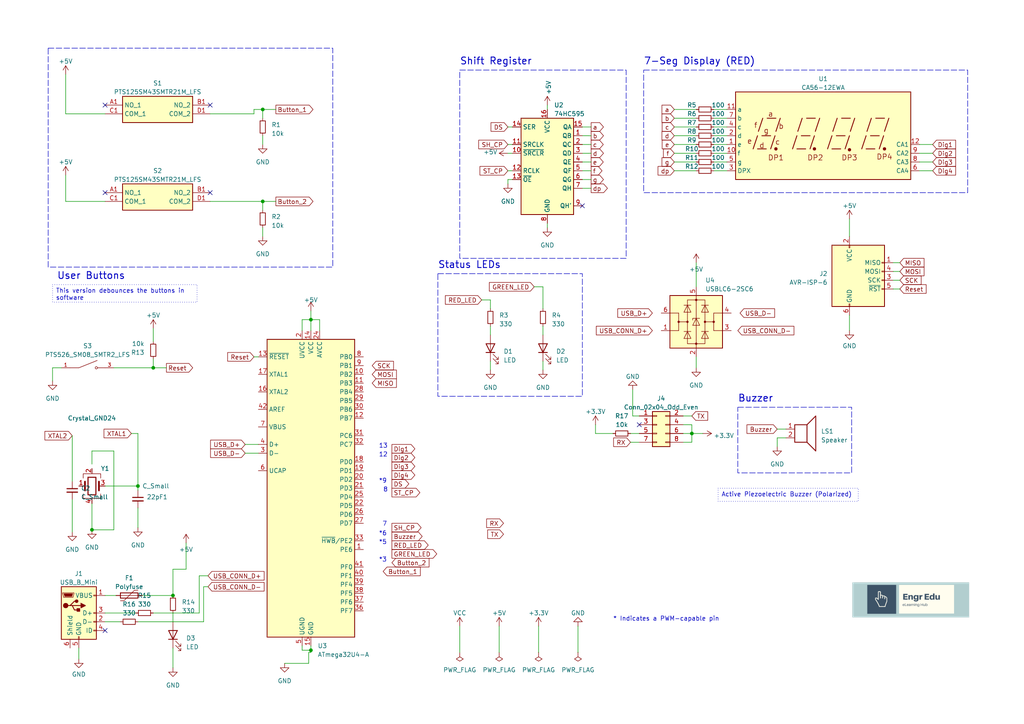
<source format=kicad_sch>
(kicad_sch (version 20230121) (generator eeschema)
  (paper "A4")
  (title_block (title "Arduino Uno Shield") (date "2023-03-22") (rev "1.0"))
  (lib_symbols
    (symbol "+5V_1" (power) (pin_names (offset 0))
      (property "Value" "+5V_1" (at 0 3.556 0))
      (symbol "+5V_1_1_1"
        (pin power_in line (at 0 0 90) (length 0) hide (name "+5V") (number "1"))
      )
    )
    (symbol "+5V_2" (power) (pin_names (offset 0))
      (property "Value" "+5V_2" (at 0 3.556 0))
      (symbol "+5V_2_1_1"
        (pin power_in line (at 0 0 90) (length 0) hide (name "+5V") (number "1"))
      )
    )
    (symbol "+5V_3" (power) (pin_names (offset 0))
      (property "Value" "+5V_3" (at 0 3.556 0))
      (symbol "+5V_3_1_1"
        (pin power_in line (at 0 0 90) (length 0) hide (name "+5V") (number "1"))
      )
    )
    (symbol "+5V_4" (power) (pin_names (offset 0))
      (property "Value" "+5V_4" (at 0 3.556 0))
      (symbol "+5V_4_1_1"
        (pin power_in line (at 0 0 90) (length 0) hide (name "+5V") (number "1"))
      )
    )
    (symbol "+5V_5" (power) (pin_names (offset 0))
      (property "Value" "+5V_5" (at 0 3.556 0))
      (symbol "+5V_5_1_1"
        (pin power_in line (at 0 0 90) (length 0) hide (name "+5V") (number "1"))
      )
    )
    (symbol "+5V_6" (power) (pin_names (offset 0))
      (property "Value" "+5V_6" (at 0 3.556 0))
      (symbol "+5V_6_1_1"
        (pin power_in line (at 0 0 90) (length 0) hide (name "+5V") (number "1"))
      )
    )
    (symbol "74xx:74HC595"
      (property "Reference" "U" (at -7.62 13.97 0))
      (property "Value" "74HC595" (at -7.62 -16.51 0))
      (symbol "74HC595_1_0"
        (pin tri_state line (at 10.16 7.62 180) (length 2.54) (name "QB") (number "1"))
        (pin input line (at -10.16 2.54 0) (length 2.54) (name "~{SRCLR}") (number "10"))
        (pin input line (at -10.16 5.08 0) (length 2.54) (name "SRCLK") (number "11"))
        (pin input line (at -10.16 -2.54 0) (length 2.54) (name "RCLK") (number "12"))
        (pin input line (at -10.16 -5.08 0) (length 2.54) (name "~{OE}") (number "13"))
        (pin input line (at -10.16 10.16 0) (length 2.54) (name "SER") (number "14"))
        (pin tri_state line (at 10.16 10.16 180) (length 2.54) (name "QA") (number "15"))
        (pin power_in line (at 0 15.24 270) (length 2.54) (name "VCC") (number "16"))
        (pin tri_state line (at 10.16 5.08 180) (length 2.54) (name "QC") (number "2"))
        (pin tri_state line (at 10.16 2.54 180) (length 2.54) (name "QD") (number "3"))
        (pin tri_state line (at 10.16 0 180) (length 2.54) (name "QE") (number "4"))
        (pin tri_state line (at 10.16 -2.54 180) (length 2.54) (name "QF") (number "5"))
        (pin tri_state line (at 10.16 -5.08 180) (length 2.54) (name "QG") (number "6"))
        (pin tri_state line (at 10.16 -7.62 180) (length 2.54) (name "QH") (number "7"))
        (pin power_in line (at 0 -17.78 90) (length 2.54) (name "GND") (number "8"))
        (pin output line (at 10.16 -12.7 180) (length 2.54) (name "QH'") (number "9"))
      )
    )
    (symbol "Connector:AVR-ISP-6" (pin_names (offset 1.016))
      (property "Reference" "J" (at -6.35 11.43 0))
      (property "Value" "AVR-ISP-6" (at 0 11.43 0))
      (symbol "AVR-ISP-6_1_1"
        (pin passive line (at 10.16 5.08 180) (length 2.54) (name "MISO") (number "1"))
        (pin passive line (at -2.54 12.7 270) (length 2.54) (name "VCC") (number "2"))
        (pin passive line (at 10.16 0 180) (length 2.54) (name "SCK") (number "3"))
        (pin passive line (at 10.16 2.54 180) (length 2.54) (name "MOSI") (number "4"))
        (pin passive line (at 10.16 -2.54 180) (length 2.54) (name "~{RST}") (number "5"))
        (pin passive line (at -2.54 -10.16 90) (length 2.54) (name "GND") (number "6"))
      )
    )
    (symbol "Connector:USB_B_Mini" (pin_names (offset 1.016))
      (property "Reference" "J" (at -5.08 11.43 0))
      (property "Value" "USB_B_Mini" (at -5.08 8.89 0))
      (symbol "USB_B_Mini_1_1"
        (pin power_out line (at 7.62 5.08 180) (length 2.54) (name "VBUS") (number "1"))
        (pin bidirectional line (at 7.62 -2.54 180) (length 2.54) (name "D-") (number "2"))
        (pin bidirectional line (at 7.62 0 180) (length 2.54) (name "D+") (number "3"))
        (pin passive line (at 7.62 -5.08 180) (length 2.54) (name "ID") (number "4"))
        (pin power_out line (at 0 -10.16 90) (length 2.54) (name "GND") (number "5"))
        (pin passive line (at -2.54 -10.16 90) (length 2.54) (name "Shield") (number "6"))
      )
    )
    (symbol "Connector_Generic:Conn_02x04_Odd_Even" (pin_names (offset 1.016) hide)
      (property "Reference" "J" (at 1.27 5.08 0))
      (property "Value" "Conn_02x04_Odd_Even" (at 1.27 -7.62 0))
      (symbol "Conn_02x04_Odd_Even_1_1"
        (pin passive line (at -5.08 2.54 0) (length 3.81) (name "Pin_1") (number "1"))
        (pin passive line (at 7.62 2.54 180) (length 3.81) (name "Pin_2") (number "2"))
        (pin passive line (at -5.08 0 0) (length 3.81) (name "Pin_3") (number "3"))
        (pin passive line (at 7.62 0 180) (length 3.81) (name "Pin_4") (number "4"))
        (pin passive line (at -5.08 -2.54 0) (length 3.81) (name "Pin_5") (number "5"))
        (pin passive line (at 7.62 -2.54 180) (length 3.81) (name "Pin_6") (number "6"))
        (pin passive line (at -5.08 -5.08 0) (length 3.81) (name "Pin_7") (number "7"))
        (pin passive line (at 7.62 -5.08 180) (length 3.81) (name "Pin_8") (number "8"))
      )
    )
    (symbol "Device:C_Small" (pin_numbers hide) (pin_names (offset 0.254) hide)
      (property "Reference" "C" (at 0.254 1.778 0))
      (property "Value" "C_Small" (at 0.254 -2.032 0))
      (symbol "C_Small_1_1"
        (pin passive line (at 0 2.54 270) (length 2.032) (name "~") (number "1"))
        (pin passive line (at 0 -2.54 90) (length 2.032) (name "~") (number "2"))
      )
    )
    (symbol "Device:Crystal_GND24" (pin_names (offset 1.016) hide)
      (property "Reference" "Y" (at 3.175 5.08 0))
      (property "Value" "Crystal_GND24" (at 3.175 3.175 0))
      (symbol "Crystal_GND24_1_1"
        (pin passive line (at -3.81 0 0) (length 1.27) (name "1") (number "1"))
        (pin passive line (at 0 5.08 270) (length 1.27) (name "2") (number "2"))
        (pin passive line (at 3.81 0 180) (length 1.27) (name "3") (number "3"))
        (pin passive line (at 0 -5.08 90) (length 1.27) (name "4") (number "4"))
      )
    )
    (symbol "Device:LED" (pin_numbers hide) (pin_names (offset 1.016) hide)
      (property "Reference" "D" (at 0 2.54 0))
      (property "Value" "LED" (at 0 -2.54 0))
      (symbol "LED_1_1"
        (pin passive line (at -3.81 0 0) (length 2.54) (name "K") (number "1"))
        (pin passive line (at 3.81 0 180) (length 2.54) (name "A") (number "2"))
      )
    )
    (symbol "Device:Polyfuse" (pin_numbers hide) (pin_names (offset 0))
      (property "Reference" "F" (at -2.54 0 90))
      (property "Value" "Polyfuse" (at 2.54 0 90))
      (symbol "Polyfuse_1_1"
        (pin passive line (at 0 3.81 270) (length 1.27) (name "~") (number "1"))
        (pin passive line (at 0 -3.81 90) (length 1.27) (name "~") (number "2"))
      )
    )
    (symbol "Device:R_Small" (pin_numbers hide) (pin_names (offset 0.254) hide)
      (property "Reference" "R" (at 0.762 0.508 0))
      (property "Value" "R_Small" (at 0.762 -1.016 0))
      (symbol "R_Small_1_1"
        (pin passive line (at 0 2.54 270) (length 0.762) (name "~") (number "1"))
        (pin passive line (at 0 -2.54 90) (length 0.762) (name "~") (number "2"))
      )
    )
    (symbol "Device:Speaker" (pin_names (offset 0) hide)
      (property "Reference" "LS" (at 1.27 5.715 0))
      (property "Value" "Speaker" (at 1.27 3.81 0))
      (symbol "Speaker_1_1"
        (pin input line (at -5.08 0 0) (length 2.54) (name "1") (number "1"))
        (pin input line (at -5.08 -2.54 0) (length 2.54) (name "2") (number "2"))
      )
    )
    (symbol "Display_Character:CA56-12EWA"
      (property "Reference" "U" (at -24.13 13.97 0))
      (property "Value" "CA56-12EWA" (at 19.05 13.97 0))
      (symbol "CA56-12EWA_0_0"
        (text "a" (at -15.24 6.35 0) (effects (font (size 1.524 1.524))))
        (text "b" (at -12.192 2.794 0) (effects (font (size 1.524 1.524))))
        (text "c" (at -13.208 -1.778 0) (effects (font (size 1.524 1.524))))
        (text "d" (at -17.78 -2.794 0) (effects (font (size 1.524 1.524))))
        (text "DP1" (at -13.716 -6.35 0) (effects (font (size 1.524 1.524))))
        (text "DP2" (at -2.286 -6.35 0) (effects (font (size 1.524 1.524))))
        (text "DP3" (at 7.62 -6.35 0) (effects (font (size 1.524 1.524))))
        (text "DP4" (at 17.78 -6.096 0) (effects (font (size 1.524 1.524))))
        (text "e" (at -21.336 -1.524 0) (effects (font (size 1.524 1.524))))
        (text "f" (at -19.558 3.048 0) (effects (font (size 1.524 1.524))))
        (text "g" (at -16.51 1.524 0) (effects (font (size 1.524 1.524))))
      )
      (symbol "CA56-12EWA_1_1"
        (pin input line (at -27.94 -2.54 0) (length 2.54) (name "e") (number "1"))
        (pin input line (at -27.94 -5.08 0) (length 2.54) (name "f") (number "10"))
        (pin input line (at -27.94 7.62 0) (length 2.54) (name "a") (number "11"))
        (pin input line (at 27.94 -2.54 180) (length 2.54) (name "CA1") (number "12"))
        (pin input line (at -27.94 0 0) (length 2.54) (name "d") (number "2"))
        (pin input line (at -27.94 -10.16 0) (length 2.54) (name "DPX") (number "3"))
        (pin input line (at -27.94 2.54 0) (length 2.54) (name "c") (number "4"))
        (pin input line (at -27.94 -7.62 0) (length 2.54) (name "g") (number "5"))
        (pin input line (at 27.94 -10.16 180) (length 2.54) (name "CA4") (number "6"))
        (pin input line (at -27.94 5.08 0) (length 2.54) (name "b") (number "7"))
        (pin input line (at 27.94 -7.62 180) (length 2.54) (name "CA3") (number "8"))
        (pin input line (at 27.94 -5.08 180) (length 2.54) (name "CA2") (number "9"))
      )
    )
    (symbol "GND_1" (power) (pin_names (offset 0))
      (property "Value" "GND_1" (at 0 -3.81 0))
      (symbol "GND_1_1_1"
        (pin power_in line (at 0 0 270) (length 0) hide (name "GND") (number "1"))
      )
    )
    (symbol "GND_2" (power) (pin_names (offset 0))
      (property "Value" "GND_2" (at 0 -3.81 0))
      (symbol "GND_2_1_1"
        (pin power_in line (at 0 0 270) (length 0) hide (name "GND") (number "1"))
      )
    )
    (symbol "GND_3" (power) (pin_names (offset 0))
      (property "Value" "GND_3" (at 0 -3.81 0))
      (symbol "GND_3_1_1"
        (pin power_in line (at 0 0 270) (length 0) hide (name "GND") (number "1"))
      )
    )
    (symbol "GND_7" (power) (pin_names (offset 0))
      (property "Value" "GND_7" (at 0 -3.81 0))
      (symbol "GND_7_1_1"
        (pin power_in line (at 0 0 270) (length 0) hide (name "GND") (number "1"))
      )
    )
    (symbol "MCU_Microchip_ATmega:ATmega32U4-A"
      (property "Reference" "U" (at -12.7 44.45 0))
      (property "Value" "ATmega32U4-A" (at 2.54 -44.45 0))
      (symbol "ATmega32U4-A_1_1"
        (pin bidirectional line (at 15.24 -17.78 180) (length 2.54) (name "PE6") (number "1"))
        (pin bidirectional line (at 15.24 33.02 180) (length 2.54) (name "PB2") (number "10"))
        (pin bidirectional line (at 15.24 30.48 180) (length 2.54) (name "PB3") (number "11"))
        (pin bidirectional line (at 15.24 20.32 180) (length 2.54) (name "PB7") (number "12"))
        (pin input line (at -15.24 38.1 0) (length 2.54) (name "~{RESET}") (number "13"))
        (pin power_in line (at 0 45.72 270) (length 2.54) (name "VCC") (number "14"))
        (pin power_in line (at 0 -45.72 90) (length 2.54) (name "GND") (number "15"))
        (pin output line (at -15.24 27.94 0) (length 2.54) (name "XTAL2") (number "16"))
        (pin input line (at -15.24 33.02 0) (length 2.54) (name "XTAL1") (number "17"))
        (pin bidirectional line (at 15.24 7.62 180) (length 2.54) (name "PD0") (number "18"))
        (pin bidirectional line (at 15.24 5.08 180) (length 2.54) (name "PD1") (number "19"))
        (pin power_in line (at -2.54 45.72 270) (length 2.54) (name "UVCC") (number "2"))
        (pin bidirectional line (at 15.24 2.54 180) (length 2.54) (name "PD2") (number "20"))
        (pin bidirectional line (at 15.24 0 180) (length 2.54) (name "PD3") (number "21"))
        (pin bidirectional line (at 15.24 -5.08 180) (length 2.54) (name "PD5") (number "22"))
        (pin passive line (at 0 -45.72 90) (length 2.54) hide (name "GND") (number "23"))
        (pin power_in line (at 2.54 45.72 270) (length 2.54) (name "AVCC") (number "24"))
        (pin bidirectional line (at 15.24 -2.54 180) (length 2.54) (name "PD4") (number "25"))
        (pin bidirectional line (at 15.24 -7.62 180) (length 2.54) (name "PD6") (number "26"))
        (pin bidirectional line (at 15.24 -10.16 180) (length 2.54) (name "PD7") (number "27"))
        (pin bidirectional line (at 15.24 27.94 180) (length 2.54) (name "PB4") (number "28"))
        (pin bidirectional line (at 15.24 25.4 180) (length 2.54) (name "PB5") (number "29"))
        (pin bidirectional line (at -15.24 10.16 0) (length 2.54) (name "D-") (number "3"))
        (pin bidirectional line (at 15.24 22.86 180) (length 2.54) (name "PB6") (number "30"))
        (pin bidirectional line (at 15.24 15.24 180) (length 2.54) (name "PC6") (number "31"))
        (pin bidirectional line (at 15.24 12.7 180) (length 2.54) (name "PC7") (number "32"))
        (pin bidirectional line (at 15.24 -15.24 180) (length 2.54) (name "~{HWB}/PE2") (number "33"))
        (pin passive line (at 0 45.72 270) (length 2.54) hide (name "VCC") (number "34"))
        (pin passive line (at 0 -45.72 90) (length 2.54) hide (name "GND") (number "35"))
        (pin bidirectional line (at 15.24 -35.56 180) (length 2.54) (name "PF7") (number "36"))
        (pin bidirectional line (at 15.24 -33.02 180) (length 2.54) (name "PF6") (number "37"))
        (pin bidirectional line (at 15.24 -30.48 180) (length 2.54) (name "PF5") (number "38"))
        (pin bidirectional line (at 15.24 -27.94 180) (length 2.54) (name "PF4") (number "39"))
        (pin bidirectional line (at -15.24 12.7 0) (length 2.54) (name "D+") (number "4"))
        (pin bidirectional line (at 15.24 -25.4 180) (length 2.54) (name "PF1") (number "40"))
        (pin bidirectional line (at 15.24 -22.86 180) (length 2.54) (name "PF0") (number "41"))
        (pin passive line (at -15.24 22.86 0) (length 2.54) (name "AREF") (number "42"))
        (pin passive line (at 0 -45.72 90) (length 2.54) hide (name "GND") (number "43"))
        (pin passive line (at 2.54 45.72 270) (length 2.54) hide (name "AVCC") (number "44"))
        (pin passive line (at -2.54 -45.72 90) (length 2.54) (name "UGND") (number "5"))
        (pin passive line (at -15.24 5.08 0) (length 2.54) (name "UCAP") (number "6"))
        (pin input line (at -15.24 17.78 0) (length 2.54) (name "VBUS") (number "7"))
        (pin bidirectional line (at 15.24 38.1 180) (length 2.54) (name "PB0") (number "8"))
        (pin bidirectional line (at 15.24 35.56 180) (length 2.54) (name "PB1") (number "9"))
      )
    )
    (symbol "PTS125_SMD_Button:PTS125SM43SMTR21M_LFS"
      (property "Reference" "S" (at 26.67 7.62 0))
      (property "Value" "PTS125SM43SMTR21M_LFS" (at 26.67 5.08 0))
      (symbol "PTS125SM43SMTR21M_LFS_1_1"
        (pin passive line (at 0 0 0) (length 5.08) (name "NO_1") (number "A1"))
        (pin passive line (at 30.48 0 180) (length 5.08) (name "NO_2") (number "B1"))
        (pin passive line (at 0 -2.54 0) (length 5.08) (name "COM_1") (number "C1"))
        (pin passive line (at 30.48 -2.54 180) (length 5.08) (name "COM_2") (number "D1"))
      )
    )
    (symbol "PTS526_SMD_Button:PTS526_SM08_SMTR2_LFS" (pin_names (offset 1.016))
      (property "Reference" "S" (at -2.54 2.54 0))
      (property "Value" "PTS526_SM08_SMTR2_LFS" (at -2.54 -2.54 0))
      (symbol "PTS526_SM08_SMTR2_LFS_0_0"
        (pin passive line (at -7.62 0 0) (length 2.54) (name "~") (number "1"))
        (pin passive line (at 7.62 0 180) (length 2.54) (name "~") (number "3"))
      )
    )
    (symbol "Power_Protection:USBLC6-2SC6" (pin_names hide)
      (property "Reference" "U" (at 2.54 8.89 0))
      (property "Value" "USBLC6-2SC6" (at 2.54 -8.89 0))
      (symbol "USBLC6-2SC6_1_1"
        (pin passive line (at -10.16 -2.54 0) (length 2.54) (name "I/O1") (number "1"))
        (pin passive line (at 0 -10.16 90) (length 2.54) (name "GND") (number "2"))
        (pin passive line (at 10.16 -2.54 180) (length 2.54) (name "I/O2") (number "3"))
        (pin passive line (at 10.16 2.54 180) (length 2.54) (name "I/O2") (number "4"))
        (pin passive line (at 0 10.16 270) (length 2.54) (name "VBUS") (number "5"))
        (pin passive line (at -10.16 2.54 0) (length 2.54) (name "I/O1") (number "6"))
      )
    )
    (symbol "VCC_1" (power) (pin_names (offset 0))
      (property "Value" "VCC_1" (at 0 3.81 0))
      (symbol "VCC_1_1_1"
        (pin power_in line (at 0 0 90) (length 0) hide (name "VCC") (number "1"))
      )
    )
    (symbol "power:+3.3V" (power) (pin_names (offset 0))
      (property "Value" "+3.3V" (at 0 3.556 0))
      (symbol "+3.3V_1_1"
        (pin power_in line (at 0 0 90) (length 0) hide (name "+3.3V") (number "1"))
      )
    )
    (symbol "power:+5V" (power) (pin_names (offset 0))
      (property "Value" "+5V" (at 0 3.556 0))
      (symbol "+5V_1_1"
        (pin power_in line (at 0 0 90) (length 0) hide (name "+5V") (number "1"))
      )
    )
    (symbol "power:GND" (power) (pin_names (offset 0))
      (property "Value" "GND" (at 0 -3.81 0))
      (symbol "GND_1_1"
        (pin power_in line (at 0 0 270) (length 0) hide (name "GND") (number "1"))
      )
    )
    (symbol "power:PWR_FLAG" (power) (pin_numbers hide) (pin_names (offset 0) hide)
      (property "Value" "PWR_FLAG" (at 0 3.81 0))
      (symbol "PWR_FLAG_0_0"
        (pin power_out line (at 0 0 90) (length 0) (name "pwr") (number "1"))
      )
    )
  )
  (junction (at 90.17 188.595))
  (junction (at 50.165 172.72))
  (junction (at 76.2 58.42))
  (junction (at 26.67 153.67))
  (junction (at 90.17 92.71))
  (junction (at 44.45 106.68))
  (junction (at 76.2 31.75))
  (junction (at 40.005 140.97))
  (junction (at 200.66 125.73))
  (no_connect (at 60.96 30.48))
  (no_connect (at 60.96 55.88))
  (no_connect (at 185.42 123.19))
  (no_connect (at 168.91 59.69))
  (no_connect (at 30.48 182.88))
  (no_connect (at 30.48 30.48))
  (no_connect (at 30.48 55.88))
  (wire (pts (xy 33.02 106.68) (xy 44.45 106.68)))
  (wire (pts (xy 185.42 120.65) (xy 183.515 120.65)))
  (wire (pts (xy 57.785 167.005) (xy 60.325 167.005)))
  (wire (pts (xy 158.75 64.77) (xy 158.75 66.04)))
  (wire (pts (xy 19.05 21.59) (xy 19.05 33.02)))
  (wire (pts (xy 90.17 90.17) (xy 90.17 92.71)))
  (wire (pts (xy 144.78 181.61) (xy 144.78 189.23)))
  (wire (pts (xy 201.93 76.2) (xy 201.93 83.185)))
  (wire (pts (xy 50.165 177.8) (xy 50.165 180.34)))
  (wire (pts (xy 76.2 58.42) (xy 76.2 60.96)))
  (wire (pts (xy 207.01 36.83) (xy 210.82 36.83)))
  (wire (pts (xy 22.86 187.96) (xy 22.86 191.135)))
  (wire (pts (xy 50.165 165.1) (xy 50.165 172.72)))
  (wire (pts (xy 30.48 172.72) (xy 33.655 172.72)))
  (wire (pts (xy 183.515 120.65) (xy 183.515 113.03)))
  (wire (pts (xy 259.08 81.28) (xy 260.985 81.28)))
  (wire (pts (xy 182.88 128.27) (xy 185.42 128.27)))
  (wire (pts (xy 198.12 120.65) (xy 200.66 120.65)))
  (wire (pts (xy 90.17 188.595) (xy 90.17 189.23)))
  (wire (pts (xy 225.425 127) (xy 225.425 129.54)))
  (wire (pts (xy 259.08 78.74) (xy 260.985 78.74)))
  (wire (pts (xy 168.91 36.83) (xy 171.45 36.83)))
  (wire (pts (xy 76.2 58.42) (xy 80.01 58.42)))
  (wire (pts (xy 156.21 181.61) (xy 156.21 189.23)))
  (wire (pts (xy 76.2 31.75) (xy 76.2 34.29)))
  (wire (pts (xy 172.72 125.73) (xy 172.72 123.19)))
  (wire (pts (xy 142.24 94.615) (xy 142.24 97.155)))
  (wire (pts (xy 73.66 103.505) (xy 74.93 103.505)))
  (wire (pts (xy 26.67 153.67) (xy 33.02 153.67)))
  (wire (pts (xy 147.32 41.91) (xy 148.59 41.91)))
  (wire (pts (xy 198.12 123.19) (xy 200.66 123.19)))
  (wire (pts (xy 30.48 177.8) (xy 39.37 177.8)))
  (wire (pts (xy 59.055 180.34) (xy 59.055 170.18)))
  (wire (pts (xy 259.08 83.82) (xy 260.985 83.82)))
  (wire (pts (xy 40.005 140.97) (xy 40.005 142.24)))
  (wire (pts (xy 195.58 36.83) (xy 201.93 36.83)))
  (wire (pts (xy 87.63 187.325) (xy 87.63 188.595)))
  (wire (pts (xy 225.425 124.46) (xy 227.965 124.46)))
  (wire (pts (xy 200.66 125.73) (xy 203.835 125.73)))
  (wire (pts (xy 266.7 44.45) (xy 270.51 44.45)))
  (wire (pts (xy 157.48 83.185) (xy 157.48 89.535)))
  (wire (pts (xy 182.88 125.73) (xy 185.42 125.73)))
  (wire (pts (xy 195.58 34.29) (xy 201.93 34.29)))
  (wire (pts (xy 44.45 106.68) (xy 48.26 106.68)))
  (wire (pts (xy 71.12 131.445) (xy 74.93 131.445)))
  (wire (pts (xy 148.59 52.07) (xy 147.32 52.07)))
  (wire (pts (xy 20.955 126.365) (xy 20.955 139.7)))
  (wire (pts (xy 40.005 147.32) (xy 40.005 153.035)))
  (wire (pts (xy 90.17 189.23) (xy 89.535 189.23)))
  (wire (pts (xy 92.71 95.885) (xy 92.71 92.71)))
  (wire (pts (xy 60.96 33.02) (xy 73.66 33.02)))
  (wire (pts (xy 157.48 94.615) (xy 157.48 97.155)))
  (wire (pts (xy 195.58 41.91) (xy 201.93 41.91)))
  (wire (pts (xy 158.75 30.48) (xy 158.75 31.75)))
  (wire (pts (xy 154.94 83.185) (xy 157.48 83.185)))
  (wire (pts (xy 53.975 165.1) (xy 50.165 165.1)))
  (wire (pts (xy 59.055 170.18) (xy 60.325 170.18)))
  (wire (pts (xy 19.05 33.02) (xy 30.48 33.02)))
  (wire (pts (xy 246.38 63.5) (xy 246.38 68.58)))
  (wire (pts (xy 15.24 106.68) (xy 15.24 110.49)))
  (wire (pts (xy 195.58 44.45) (xy 201.93 44.45)))
  (wire (pts (xy 147.32 36.83) (xy 148.59 36.83)))
  (wire (pts (xy 207.01 31.75) (xy 210.82 31.75)))
  (wire (pts (xy 76.2 31.75) (xy 80.01 31.75)))
  (wire (pts (xy 26.67 134.62) (xy 26.67 130.81)))
  (wire (pts (xy 157.48 104.775) (xy 157.48 107.315)))
  (wire (pts (xy 168.91 49.53) (xy 171.45 49.53)))
  (wire (pts (xy 266.7 46.99) (xy 270.51 46.99)))
  (wire (pts (xy 40.005 140.97) (xy 30.48 140.97)))
  (wire (pts (xy 200.66 128.27) (xy 198.12 128.27)))
  (wire (pts (xy 19.05 50.8) (xy 19.05 58.42)))
  (wire (pts (xy 200.66 125.73) (xy 200.66 128.27)))
  (wire (pts (xy 147.32 44.45) (xy 148.59 44.45)))
  (wire (pts (xy 207.01 39.37) (xy 210.82 39.37)))
  (wire (pts (xy 90.17 92.71) (xy 90.17 95.885)))
  (wire (pts (xy 73.66 31.75) (xy 76.2 31.75)))
  (wire (pts (xy 20.955 144.78) (xy 20.955 154.305)))
  (wire (pts (xy 53.975 157.48) (xy 53.975 165.1)))
  (wire (pts (xy 90.17 187.325) (xy 90.17 188.595)))
  (wire (pts (xy 89.535 192.405) (xy 82.55 192.405)))
  (wire (pts (xy 195.58 49.53) (xy 201.93 49.53)))
  (wire (pts (xy 227.965 127) (xy 225.425 127)))
  (wire (pts (xy 89.535 189.23) (xy 89.535 192.405)))
  (wire (pts (xy 87.63 95.885) (xy 87.63 92.71)))
  (wire (pts (xy 177.8 125.73) (xy 172.72 125.73)))
  (wire (pts (xy 30.48 180.34) (xy 34.925 180.34)))
  (wire (pts (xy 198.12 125.73) (xy 200.66 125.73)))
  (wire (pts (xy 201.93 103.505) (xy 201.93 106.68)))
  (wire (pts (xy 17.78 106.68) (xy 15.24 106.68)))
  (wire (pts (xy 40.005 125.73) (xy 40.005 140.97)))
  (wire (pts (xy 147.32 52.07) (xy 147.32 53.34)))
  (wire (pts (xy 207.01 46.99) (xy 210.82 46.99)))
  (wire (pts (xy 19.05 58.42) (xy 30.48 58.42)))
  (wire (pts (xy 168.91 41.91) (xy 171.45 41.91)))
  (wire (pts (xy 207.01 34.29) (xy 210.82 34.29)))
  (wire (pts (xy 195.58 39.37) (xy 201.93 39.37)))
  (wire (pts (xy 207.01 44.45) (xy 210.82 44.45)))
  (wire (pts (xy 133.35 181.61) (xy 133.35 189.23)))
  (wire (pts (xy 26.67 146.05) (xy 26.67 153.67)))
  (wire (pts (xy 87.63 188.595) (xy 90.17 188.595)))
  (wire (pts (xy 76.2 39.37) (xy 76.2 41.91)))
  (wire (pts (xy 33.02 130.81) (xy 33.02 153.67)))
  (wire (pts (xy 168.91 44.45) (xy 171.45 44.45)))
  (wire (pts (xy 266.7 49.53) (xy 270.51 49.53)))
  (wire (pts (xy 168.91 46.99) (xy 171.45 46.99)))
  (wire (pts (xy 40.005 180.34) (xy 59.055 180.34)))
  (wire (pts (xy 168.91 39.37) (xy 171.45 39.37)))
  (wire (pts (xy 76.2 66.04) (xy 76.2 68.58)))
  (wire (pts (xy 57.785 177.8) (xy 57.785 167.005)))
  (wire (pts (xy 44.45 177.8) (xy 57.785 177.8)))
  (wire (pts (xy 71.12 128.905) (xy 74.93 128.905)))
  (wire (pts (xy 44.45 95.25) (xy 44.45 99.06)))
  (wire (pts (xy 195.58 31.75) (xy 201.93 31.75)))
  (wire (pts (xy 195.58 46.99) (xy 201.93 46.99)))
  (wire (pts (xy 92.71 92.71) (xy 90.17 92.71)))
  (wire (pts (xy 142.24 86.995) (xy 142.24 89.535)))
  (wire (pts (xy 38.1 125.73) (xy 40.005 125.73)))
  (wire (pts (xy 142.24 104.775) (xy 142.24 107.315)))
  (wire (pts (xy 50.165 187.96) (xy 50.165 193.675)))
  (wire (pts (xy 200.66 123.19) (xy 200.66 125.73)))
  (wire (pts (xy 207.01 41.91) (xy 210.82 41.91)))
  (wire (pts (xy 168.91 54.61) (xy 171.45 54.61)))
  (wire (pts (xy 246.38 91.44) (xy 246.38 95.885)))
  (wire (pts (xy 167.64 181.61) (xy 167.64 189.23)))
  (wire (pts (xy 266.7 41.91) (xy 270.51 41.91)))
  (wire (pts (xy 259.08 76.2) (xy 260.985 76.2)))
  (wire (pts (xy 44.45 106.68) (xy 44.45 104.14)))
  (wire (pts (xy 73.66 33.02) (xy 73.66 31.75)))
  (wire (pts (xy 147.32 49.53) (xy 148.59 49.53)))
  (wire (pts (xy 60.96 58.42) (xy 76.2 58.42)))
  (wire (pts (xy 87.63 92.71) (xy 90.17 92.71)))
  (wire (pts (xy 139.7 86.995) (xy 142.24 86.995)))
  (wire (pts (xy 26.67 130.81) (xy 33.02 130.81)))
  (wire (pts (xy 168.91 52.07) (xy 171.45 52.07)))
  (wire (pts (xy 41.275 172.72) (xy 50.165 172.72)))
  (wire (pts (xy 207.01 49.53) (xy 210.82 49.53)))
  (rectangle (start 127 79.375) (end 168.91 114.935) (stroke (width 0) (type dash)))
  (rectangle (start 213.995 118.11) (end 247.015 137.16) (stroke (width 0) (type dash)))
  (rectangle (start 13.97 13.97) (end 96.52 77.47) (stroke (width 0) (type dash)))
  (rectangle (start 133.35 20.32) (end 181.61 74.93) (stroke (width 0) (type dash)))
  (rectangle (start 186.69 20.32) (end 280.67 55.88) (stroke (width 0) (type dash)))
  (image (at 264.16 173.99) (scale 0.800628))
  (text_box "Active Piezoelectric Buzzer (Polarized)" (at 208.28 141.605 0) (size 40.64 3.81) (stroke (width 0) (type dot)) (effects (font (size 1.27 1.27)) (justify left top)))
  (text_box "This version debounces the buttons in software" (at 15.24 82.55 0) (size 41.91 5.08) (stroke (width 0) (type dot)) (effects (font (size 1.27 1.27)) (justify left top)))
  (text "Shift Register" (at 133.35 19.05 0) (effects (font (size 2 2) (thickness 0.254) bold) (justify left bottom)))
  (text "*9\n" (at 109.855 140.335 0) (effects (font (size 1.27 1.27)) (justify left bottom)))
  (text "8\n" (at 111.125 142.875 0) (effects (font (size 1.27 1.27)) (justify left bottom)))
  (text "*3" (at 109.855 163.195 0) (effects (font (size 1.27 1.27)) (justify left bottom)))
  (text "12\n" (at 109.855 132.715 0) (effects (font (size 1.27 1.27)) (justify left bottom)))
  (text "Status LEDs" (at 127 78.105 0) (effects (font (size 2 2) (thickness 0.254) bold) (justify left bottom)))
  (text "13\n" (at 109.855 130.175 0) (effects (font (size 1.27 1.27)) (justify left bottom)))
  (text "*6" (at 109.855 155.575 0) (effects (font (size 1.27 1.27)) (justify left bottom)))
  (text "User Buttons" (at 16.51 81.28 0) (effects (font (size 2 2) (thickness 0.254) bold) (justify left bottom)))
  (text "Buzzer" (at 213.995 116.84 0) (effects (font (size 2 2) (thickness 0.254) bold) (justify left bottom)))
  (text "*5\n" (at 109.855 158.115 0) (effects (font (size 1.27 1.27)) (justify left bottom)))
  (text "* Indicates a PWM-capable pin" (at 177.8 180.34 0) (effects (font (size 1.27 1.27)) (justify left bottom)))
  (text "7-Seg Display (RED)" (at 186.69 19.05 0) (effects (font (size 2 2) (thickness 0.254) bold) (justify left bottom)))
  (text "7" (at 110.8866 152.8126 0) (effects (font (size 1.27 1.27)) (justify left bottom)))
  (global_label "RX" (shape input) (at 182.88 128.27 180) (property "Intersheetrefs" "${INTERSHEET_REFS}" (effects hide)))
  (global_label "RX" (shape input) (at 146.05 151.765 180) (property "Intersheetrefs" "${INTERSHEET_REFS}" (effects hide)))
  (global_label "SCK" (shape input) (at 260.985 81.28 0) (property "Intersheetrefs" "${INTERSHEET_REFS}" (effects hide)))
  (global_label "USB_CONN_D-" (shape input) (at 213.995 95.885 0) (property "Intersheetrefs" "${INTERSHEET_REFS}" (effects hide)))
  (global_label "Buzzer" (shape output) (at 113.665 155.575 0) (property "Intersheetrefs" "${INTERSHEET_REFS}" (effects hide)))
  (global_label "e" (shape output) (at 171.45 46.99 0) (property "Intersheetrefs" "${INTERSHEET_REFS}" (effects hide)))
  (global_label "Button_1" (shape output) (at 80.01 31.75 0) (property "Intersheetrefs" "${INTERSHEET_REFS}" (effects hide)))
  (global_label "Reset" (shape input) (at 73.66 103.505 180) (property "Intersheetrefs" "${INTERSHEET_REFS}" (effects hide)))
  (global_label "XTAL2" (shape input) (at 20.955 126.365 180) (property "Intersheetrefs" "${INTERSHEET_REFS}" (effects hide)))
  (global_label "g" (shape output) (at 171.45 52.07 0) (property "Intersheetrefs" "${INTERSHEET_REFS}" (effects hide)))
  (global_label "Dig3" (shape output) (at 113.665 135.255 0) (property "Intersheetrefs" "${INTERSHEET_REFS}" (effects hide)))
  (global_label "MOSI" (shape input) (at 260.985 78.74 0) (property "Intersheetrefs" "${INTERSHEET_REFS}" (effects hide)))
  (global_label "Reset" (shape input) (at 260.985 83.82 0) (property "Intersheetrefs" "${INTERSHEET_REFS}" (effects hide)))
  (global_label "dp" (shape output) (at 171.45 54.61 0) (property "Intersheetrefs" "${INTERSHEET_REFS}" (effects hide)))
  (global_label "USB_D+" (shape input) (at 189.23 90.805 180) (property "Intersheetrefs" "${INTERSHEET_REFS}" (effects hide)))
  (global_label "b" (shape input) (at 195.58 34.29 180) (property "Intersheetrefs" "${INTERSHEET_REFS}" (effects hide)))
  (global_label "SCK" (shape input) (at 107.95 106.045 0) (property "Intersheetrefs" "${INTERSHEET_REFS}" (effects hide)))
  (global_label "f" (shape output) (at 171.45 49.53 0) (property "Intersheetrefs" "${INTERSHEET_REFS}" (effects hide)))
  (global_label "Dig4" (shape output) (at 113.665 137.795 0) (property "Intersheetrefs" "${INTERSHEET_REFS}" (effects hide)))
  (global_label "MISO" (shape input) (at 107.95 111.125 0) (property "Intersheetrefs" "${INTERSHEET_REFS}" (effects hide)))
  (global_label "ST_CP" (shape input) (at 147.32 49.53 180) (property "Intersheetrefs" "${INTERSHEET_REFS}" (effects hide)))
  (global_label "USB_D-" (shape input) (at 214.63 90.805 0) (property "Intersheetrefs" "${INTERSHEET_REFS}" (effects hide)))
  (global_label "USB_CONN_D+" (shape input) (at 60.325 167.005 0) (property "Intersheetrefs" "${INTERSHEET_REFS}" (effects hide)))
  (global_label "d" (shape input) (at 195.58 39.37 180) (property "Intersheetrefs" "${INTERSHEET_REFS}" (effects hide)))
  (global_label "a" (shape input) (at 195.58 31.75 180) (property "Intersheetrefs" "${INTERSHEET_REFS}" (effects hide)))
  (global_label "c" (shape output) (at 171.45 41.91 0) (property "Intersheetrefs" "${INTERSHEET_REFS}" (effects hide)))
  (global_label "USB_CONN_D+" (shape input) (at 189.23 95.885 180) (property "Intersheetrefs" "${INTERSHEET_REFS}" (effects hide)))
  (global_label "g" (shape input) (at 195.58 46.99 180) (property "Intersheetrefs" "${INTERSHEET_REFS}" (effects hide)))
  (global_label "Dig1" (shape input) (at 270.51 41.91 0) (property "Intersheetrefs" "${INTERSHEET_REFS}" (effects hide)))
  (global_label "USB_D-" (shape input) (at 71.12 131.445 180) (property "Intersheetrefs" "${INTERSHEET_REFS}" (effects hide)))
  (global_label "USB_D+" (shape input) (at 71.12 128.905 180) (property "Intersheetrefs" "${INTERSHEET_REFS}" (effects hide)))
  (global_label "XTAL1" (shape input) (at 38.1 125.73 180) (property "Intersheetrefs" "${INTERSHEET_REFS}" (effects hide)))
  (global_label "TX" (shape input) (at 146.05 154.94 180) (property "Intersheetrefs" "${INTERSHEET_REFS}" (effects hide)))
  (global_label "GREEN_LED" (shape input) (at 154.94 83.185 180) (property "Intersheetrefs" "${INTERSHEET_REFS}" (effects hide)))
  (global_label "SH_CP" (shape output) (at 113.665 153.035 0) (property "Intersheetrefs" "${INTERSHEET_REFS}" (effects hide)))
  (global_label "a" (shape output) (at 171.45 36.83 0) (property "Intersheetrefs" "${INTERSHEET_REFS}" (effects hide)))
  (global_label "Dig2" (shape input) (at 270.51 44.45 0) (property "Intersheetrefs" "${INTERSHEET_REFS}" (effects hide)))
  (global_label "DS" (shape output) (at 113.665 140.335 0) (property "Intersheetrefs" "${INTERSHEET_REFS}" (effects hide)))
  (global_label "DS" (shape input) (at 147.32 36.83 180) (property "Intersheetrefs" "${INTERSHEET_REFS}" (effects hide)))
  (global_label "SH_CP" (shape input) (at 147.32 41.91 180) (property "Intersheetrefs" "${INTERSHEET_REFS}" (effects hide)))
  (global_label "Button_2" (shape output) (at 80.01 58.42 0) (property "Intersheetrefs" "${INTERSHEET_REFS}" (effects hide)))
  (global_label "Button_1" (shape input) (at 111.125 165.735 0) (property "Intersheetrefs" "${INTERSHEET_REFS}" (effects hide)))
  (global_label "MOSI" (shape input) (at 107.95 108.585 0) (property "Intersheetrefs" "${INTERSHEET_REFS}" (effects hide)))
  (global_label "Dig4" (shape input) (at 270.51 49.53 0) (property "Intersheetrefs" "${INTERSHEET_REFS}" (effects hide)))
  (global_label "GREEN_LED" (shape output) (at 113.665 160.655 0) (property "Intersheetrefs" "${INTERSHEET_REFS}" (effects hide)))
  (global_label "Button_2" (shape input) (at 113.665 163.195 0) (property "Intersheetrefs" "${INTERSHEET_REFS}" (effects hide)))
  (global_label "c" (shape input) (at 195.58 36.83 180) (property "Intersheetrefs" "${INTERSHEET_REFS}" (effects hide)))
  (global_label "Dig1" (shape output) (at 113.665 130.175 0) (property "Intersheetrefs" "${INTERSHEET_REFS}" (effects hide)))
  (global_label "dp" (shape input) (at 195.58 49.53 180) (property "Intersheetrefs" "${INTERSHEET_REFS}" (effects hide)))
  (global_label "MISO" (shape input) (at 260.985 76.2 0) (property "Intersheetrefs" "${INTERSHEET_REFS}" (effects hide)))
  (global_label "ST_CP" (shape output) (at 113.665 142.875 0) (property "Intersheetrefs" "${INTERSHEET_REFS}" (effects hide)))
  (global_label "Dig3" (shape input) (at 270.51 46.99 0) (property "Intersheetrefs" "${INTERSHEET_REFS}" (effects hide)))
  (global_label "USB_CONN_D-" (shape input) (at 60.325 170.18 0) (property "Intersheetrefs" "${INTERSHEET_REFS}" (effects hide)))
  (global_label "Buzzer" (shape input) (at 225.425 124.46 180) (property "Intersheetrefs" "${INTERSHEET_REFS}" (effects hide)))
  (global_label "d" (shape output) (at 171.45 44.45 0) (property "Intersheetrefs" "${INTERSHEET_REFS}" (effects hide)))
  (global_label "e" (shape input) (at 195.58 41.91 180) (property "Intersheetrefs" "${INTERSHEET_REFS}" (effects hide)))
  (global_label "RED_LED" (shape output) (at 113.665 158.115 0) (property "Intersheetrefs" "${INTERSHEET_REFS}" (effects hide)))
  (global_label "Reset" (shape output) (at 48.26 106.68 0) (property "Intersheetrefs" "${INTERSHEET_REFS}" (effects hide)))
  (global_label "TX" (shape input) (at 200.66 120.65 0) (property "Intersheetrefs" "${INTERSHEET_REFS}" (effects hide)))
  (global_label "f" (shape input) (at 195.58 44.45 180) (property "Intersheetrefs" "${INTERSHEET_REFS}" (effects hide)))
  (global_label "b" (shape output) (at 171.45 39.37 0) (property "Intersheetrefs" "${INTERSHEET_REFS}" (effects hide)))
  (global_label "RED_LED" (shape input) (at 139.7 86.995 180) (property "Intersheetrefs" "${INTERSHEET_REFS}" (effects hide)))
  (global_label "Dig2" (shape output) (at 113.665 132.715 0) (property "Intersheetrefs" "${INTERSHEET_REFS}" (effects hide)))
  (symbol (lib_id "power:PWR_FLAG") (at 156.21 189.23 180) (unit 1)
    (property "Reference" "#FLG03" (effects hide))
    (property "Value" "PWR_FLAG" (at 156.21 194.31 0))
  )
  (symbol (lib_id "74xx:74HC595") (at 158.75 46.99 0) (unit 1)
    (property "Reference" "U2" (at 160.7059 30.48 0) (effects (justify left)))
    (property "Value" "74HC595" (at 160.7059 33.02 0) (effects (justify left)))
    (property "Footprint" "Package_SO:TSSOP-16-1EP_4.4x5mm_P0.65mm" (effects hide))
    (property "Datasheet" "http://www.ti.com/lit/ds/symlink/sn74hc595.pdf" (effects hide))
  )
  (symbol (lib_name "+5V_5") (lib_id "power:+5V") (at 53.975 157.48 0) (unit 1)
    (property "Reference" "#PWR025" (effects hide))
    (property "Value" "+5V" (at 53.975 159.385 0))
  )
  (symbol (lib_id "power:GND") (at 201.93 106.68 0) (unit 1)
    (property "Reference" "#PWR027" (effects hide))
    (property "Value" "GND" (at 201.93 111.76 0))
  )
  (symbol (lib_id "Device:R_Small") (at 41.91 177.8 90) (unit 1)
    (property "Reference" "R15" (at 41.91 172.72 90))
    (property "Value" "330" (at 41.91 175.26 90))
    (property "Footprint" "Resistor_SMD:R_0603_1608Metric" (effects hide))
  )
  (symbol (lib_id "Device:LED") (at 142.24 100.965 90) (unit 1)
    (property "Reference" "D1" (at 146.05 101.9175 90) (effects (justify right)))
    (property "Value" "LED" (at 146.05 104.4575 90) (effects (justify right)))
    (property "Footprint" "LED_SMD:LED_0805_2012Metric" (effects hide))
  )
  (symbol (lib_id "Device:R_Small") (at 180.34 125.73 90) (unit 1)
    (property "Reference" "R17" (at 180.34 120.65 90))
    (property "Value" "10k" (at 180.34 123.19 90))
    (property "Footprint" "Resistor_SMD:R_0603_1608Metric" (effects hide))
  )
  (symbol (lib_id "Device:C_Small") (at 20.955 142.24 0) (unit 1)
    (property "Reference" "C2" (at 23.495 141.6113 0) (effects (justify left)))
    (property "Value" "C_Small" (at 23.495 144.1513 0) (effects (justify left)))
  )
  (symbol (lib_name "+5V_2") (lib_id "power:+5V") (at 44.45 95.25 0) (unit 1)
    (property "Reference" "#PWR04" (effects hide))
    (property "Value" "+5V" (at 44.45 91.44 0))
  )
  (symbol (lib_id "power:+3.3V") (at 156.21 181.61 0) (unit 1)
    (property "Reference" "#PWR018" (effects hide))
    (property "Value" "+3.3V" (at 156.21 177.8 0))
  )
  (symbol (lib_id "Device:R_Small") (at 37.465 180.34 90) (unit 1)
    (property "Reference" "R16" (at 37.465 175.26 90))
    (property "Value" "330" (at 37.465 177.8 90))
    (property "Footprint" "Resistor_SMD:R_0603_1608Metric" (effects hide))
  )
  (symbol (lib_id "power:GND") (at 15.24 110.49 0) (unit 1)
    (property "Reference" "#PWR03" (effects hide))
    (property "Value" "GND" (at 15.24 115.57 0))
  )
  (symbol (lib_id "power:GND") (at 40.005 153.035 0) (unit 1)
    (property "Reference" "#PWR013" (effects hide))
    (property "Value" "GND" (at 40.005 158.115 0))
  )
  (symbol (lib_id "power:GND") (at 50.165 193.675 0) (unit 1)
    (property "Reference" "#PWR024" (effects hide))
    (property "Value" "GND" (at 50.165 198.755 0))
  )
  (symbol (lib_id "Device:R_Small") (at 204.47 39.37 90) (unit 1)
    (property "Reference" "R8" (at 200.66 38.1 90))
    (property "Value" "100" (at 208.28 38.1 90))
    (property "Footprint" "Resistor_SMD:R_0805_2012Metric" (effects hide))
  )
  (symbol (lib_id "power:+5V") (at 158.75 30.48 0) (unit 1)
    (property "Reference" "#PWR07" (effects hide))
    (property "Value" "+5V" (at 159.1056 27.432 90) (effects (justify left)))
  )
  (symbol (lib_id "PTS125_SMD_Button:PTS125SM43SMTR21M_LFS") (at 30.48 30.48 0) (unit 1)
    (property "Reference" "S1" (at 45.72 24.13 0))
    (property "Value" "PTS125SM43SMTR21M_LFS" (at 45.72 26.67 0))
    (property "Footprint" "PTS125_SMD_Button:PTS125_SMD_Button" (effects hide))
    (property "Datasheet" "https://www.ckswitches.com/media/1462/pts125.pdf" (effects hide))
    (property "Height" "4.3" (effects hide))
    (property "Manufacturer_Name" "C & K COMPONENTS" (effects hide))
    (property "Manufacturer_Part_Number" "PTS125SM43SMTR21M LFS" (effects hide))
    (property "Mouser Part Number" "611-PTS125S43SMTRLFS" (effects hide))
    (property "Mouser Price/Stock" "https://www.mouser.co.uk/ProductDetail/CK/PTS125SM43SMTR21M-LFS?qs=t7xnP681wgUNXpRGJY2Vkw%3D%3D" (effects hide))
  )
  (symbol (lib_id "Device:R_Small") (at 76.2 36.83 0) (unit 1)
    (property "Reference" "R1" (at 78.74 36.195 0) (effects (justify left)))
    (property "Value" "10k" (at 78.74 38.735 0) (effects (justify left)))
    (property "Footprint" "Resistor_SMD:R_0603_1608Metric" (effects hide))
  )
  (symbol (lib_id "Device:R_Small") (at 76.2 63.5 0) (unit 1)
    (property "Reference" "R2" (at 78.74 62.865 0) (effects (justify left)))
    (property "Value" "10k" (at 78.74 65.405 0) (effects (justify left)))
    (property "Footprint" "Resistor_SMD:R_0603_1608Metric" (effects hide))
  )
  (symbol (lib_id "Power_Protection:USBLC6-2SC6") (at 201.93 93.345 0) (unit 1)
    (property "Reference" "U4" (at 204.5717 81.28 0) (effects (justify left)))
    (property "Value" "USBLC6-2SC6" (at 204.5717 83.82 0) (effects (justify left)))
    (property "Footprint" "Package_TO_SOT_SMD:SOT-23-6" (effects hide))
    (property "Datasheet" "https://www.st.com/resource/en/datasheet/usblc6-2.pdf" (effects hide))
  )
  (symbol (lib_name "+5V_1") (lib_id "power:+5V") (at 19.05 50.8 0) (unit 1)
    (property "Reference" "#PWR02" (effects hide))
    (property "Value" "+5V" (at 19.05 46.99 0))
  )
  (symbol (lib_id "Device:R_Small") (at 204.47 36.83 90) (unit 1)
    (property "Reference" "R7" (at 200.66 35.56 90))
    (property "Value" "100" (at 208.28 35.56 90))
    (property "Footprint" "Resistor_SMD:R_0805_2012Metric" (effects hide))
  )
  (symbol (lib_id "Device:LED") (at 157.48 100.965 90) (unit 1)
    (property "Reference" "D2" (at 161.29 101.9175 90) (effects (justify right)))
    (property "Value" "LED" (at 161.29 104.4575 90) (effects (justify right)))
    (property "Footprint" "LED_SMD:LED_0805_2012Metric" (effects hide))
  )
  (symbol (lib_id "Device:R_Small") (at 204.47 44.45 90) (unit 1)
    (property "Reference" "R10" (at 200.66 43.18 90))
    (property "Value" "100" (at 208.28 43.18 90))
    (property "Footprint" "Resistor_SMD:R_0805_2012Metric" (effects hide))
  )
  (symbol (lib_id "PTS125_SMD_Button:PTS125SM43SMTR21M_LFS") (at 30.48 55.88 0) (unit 1)
    (property "Reference" "S2" (at 45.72 49.53 0))
    (property "Value" "PTS125SM43SMTR21M_LFS" (at 45.72 52.07 0))
    (property "Footprint" "PTS125_SMD_Button:PTS125_SMD_Button" (effects hide))
    (property "Datasheet" "https://www.ckswitches.com/media/1462/pts125.pdf" (effects hide))
    (property "Height" "4.3" (effects hide))
    (property "Manufacturer_Name" "C & K COMPONENTS" (effects hide))
    (property "Manufacturer_Part_Number" "PTS125SM43SMTR21M LFS" (effects hide))
    (property "Mouser Part Number" "611-PTS125S43SMTRLFS" (effects hide))
    (property "Mouser Price/Stock" "https://www.mouser.co.uk/ProductDetail/CK/PTS125SM43SMTR21M-LFS?qs=t7xnP681wgUNXpRGJY2Vkw%3D%3D" (effects hide))
  )
  (symbol (lib_name "GND_7") (lib_id "power:GND") (at 167.64 181.61 180) (unit 1)
    (property "Reference" "#PWR019" (effects hide))
    (property "Value" "GND" (at 167.64 177.8 0))
  )
  (symbol (lib_name "VCC_1") (lib_id "power:VCC") (at 133.35 181.61 0) (unit 1)
    (property "Reference" "#PWR011" (effects hide))
    (property "Value" "VCC" (at 133.35 177.8 0))
  )
  (symbol (lib_id "power:GND") (at 82.55 192.405 0) (unit 1)
    (property "Reference" "#PWR021" (effects hide))
    (property "Value" "GND" (at 82.55 197.485 0))
  )
  (symbol (lib_name "+5V_4") (lib_id "power:+5V") (at 90.17 90.17 0) (unit 1)
    (property "Reference" "#PWR022" (effects hide))
    (property "Value" "+5V" (at 90.17 86.995 0))
  )
  (symbol (lib_name "+5V_5") (lib_id "power:+5V") (at 201.93 76.2 0) (unit 1)
    (property "Reference" "#PWR026" (effects hide))
    (property "Value" "+5V" (at 201.93 78.105 0))
  )
  (symbol (lib_id "Device:R_Small") (at 142.24 92.075 0) (unit 1)
    (property "Reference" "R3" (at 144.78 91.44 0) (effects (justify left)))
    (property "Value" "330" (at 144.78 93.98 0) (effects (justify left)))
    (property "Footprint" "Resistor_SMD:R_0805_2012Metric" (effects hide))
  )
  (symbol (lib_id "Device:C_Small") (at 40.005 144.78 0) (unit 1)
    (property "Reference" "22pF1" (at 42.545 144.1513 0) (effects (justify left)))
    (property "Value" "C_Small" (at 41.275 140.97 0) (effects (justify left)))
    (property "Footprint" "Capacitor_SMD:C_0603_1608Metric" (effects hide))
  )
  (symbol (lib_name "GND_1") (lib_id "power:GND") (at 76.2 68.58 0) (unit 1)
    (property "Reference" "#PWR015" (effects hide))
    (property "Value" "GND" (at 76.2 73.66 0))
  )
  (symbol (lib_id "Device:Polyfuse") (at 37.465 172.72 90) (unit 1)
    (property "Reference" "F1" (at 37.465 167.64 90))
    (property "Value" "Polyfuse" (at 37.465 170.18 90))
    (property "Footprint" "Fuse:Fuse_1812_4532Metric" (effects hide))
  )
  (symbol (lib_name "+5V_6") (lib_id "power:+5V") (at 246.38 63.5 0) (unit 1)
    (property "Reference" "#PWR028" (effects hide))
    (property "Value" "+5V" (at 246.38 59.69 0))
  )
  (symbol (lib_id "power:PWR_FLAG") (at 167.64 189.23 180) (unit 1)
    (property "Reference" "#FLG04" (effects hide))
    (property "Value" "PWR_FLAG" (at 167.64 194.31 0))
  )
  (symbol (lib_id "Device:R_Small") (at 204.47 31.75 90) (unit 1)
    (property "Reference" "R5" (at 200.66 30.48 90))
    (property "Value" "100" (at 208.28 30.48 90))
    (property "Footprint" "Resistor_SMD:R_0805_2012Metric" (effects hide))
  )
  (symbol (lib_id "power:GND") (at 22.86 191.135 0) (unit 1)
    (property "Reference" "#PWR023" (effects hide))
    (property "Value" "GND" (at 22.86 195.58 0))
  )
  (symbol (lib_id "power:+5V") (at 147.32 44.45 90) (unit 1)
    (property "Reference" "#PWR09" (effects hide))
    (property "Value" "+5V" (at 144.272 44.0944 90) (effects (justify left)))
  )
  (symbol (lib_id "PTS526_SMD_Button:PTS526_SM08_SMTR2_LFS") (at 25.4 106.68 0) (unit 1)
    (property "Reference" "S3" (at 25.4 100.33 0))
    (property "Value" "PTS526_SM08_SMTR2_LFS" (at 25.4 102.87 0))
    (property "Footprint" "SW_PTS526_SM08_SMTR2_LFS" (effects hide))
    (property "STANDARD" "Manufacturer Recommendations" (effects hide))
    (property "MANUFACTURER" "C&K" (effects hide))
    (property "PARTREV" "20 mar 19" (effects hide))
    (property "MAXIMUM_PACKAGE_HEIGHT" "0.95mm" (effects hide))
  )
  (symbol (lib_name "GND_1") (lib_id "power:GND") (at 147.32 53.34 0) (unit 1)
    (property "Reference" "#PWR08" (effects hide))
    (property "Value" "GND" (at 147.32 58.42 0))
  )
  (symbol (lib_id "power:GND") (at 20.955 154.305 0) (unit 1)
    (property "Reference" "#PWR014" (effects hide))
    (property "Value" "GND" (at 20.955 159.385 0))
  )
  (symbol (lib_id "Connector:AVR-ISP-6") (at 248.92 81.28 0) (unit 1)
    (property "Reference" "J2" (at 240.03 79.375 0) (effects (justify right)))
    (property "Value" "AVR-ISP-6" (at 240.03 81.915 0) (effects (justify right)))
    (property "Datasheet" " ~" (effects hide))
  )
  (symbol (lib_id "Device:LED") (at 50.165 184.15 90) (unit 1)
    (property "Reference" "D3" (at 53.975 185.1025 90) (effects (justify right)))
    (property "Value" "LED" (at 53.975 187.6425 90) (effects (justify right)))
    (property "Footprint" "LED_SMD:LED_0805_2012Metric" (effects hide))
  )
  (symbol (lib_id "Device:R_Small") (at 44.45 101.6 180) (unit 1)
    (property "Reference" "R13" (at 41.91 102.235 0) (effects (justify left)))
    (property "Value" "10k" (at 41.91 99.695 0) (effects (justify left)))
    (property "Footprint" "Resistor_SMD:R_0603_1608Metric" (effects hide))
  )
  (symbol (lib_id "Display_Character:CA56-12EWA") (at 238.76 39.37 0) (unit 1)
    (property "Reference" "U1" (at 238.76 22.86 0))
    (property "Value" "CA56-12EWA" (at 238.76 25.4 0))
    (property "Footprint" "Display_7Segment:CA56-12EWA" (effects hide))
    (property "Datasheet" "http://cdn.sparkfun.com/datasheets/Components/LED/1LEDREDCC.pdf" (effects hide))
  )
  (symbol (lib_name "+5V_1") (lib_id "power:+5V") (at 19.05 21.59 0) (unit 1)
    (property "Reference" "#PWR01" (effects hide))
    (property "Value" "+5V" (at 19.05 17.78 0))
  )
  (symbol (lib_name "+5V_3") (lib_id "power:+5V") (at 144.78 181.61 0) (unit 1)
    (property "Reference" "#PWR017" (effects hide))
    (property "Value" "+5V" (at 144.78 177.8 0))
  )
  (symbol (lib_name "GND_2") (lib_id "power:GND") (at 157.48 107.315 0) (unit 1)
    (property "Reference" "#PWR020" (effects hide))
    (property "Value" "GND" (at 157.48 112.395 0))
  )
  (symbol (lib_id "Device:R_Small") (at 204.47 46.99 90) (unit 1)
    (property "Reference" "R11" (at 200.66 45.72 90))
    (property "Value" "100" (at 208.28 45.72 90))
    (property "Footprint" "Resistor_SMD:R_0805_2012Metric" (effects hide))
  )
  (symbol (lib_id "Connector_Generic:Conn_02x04_Odd_Even") (at 190.5 123.19 0) (unit 1)
    (property "Reference" "J4" (at 191.77 115.57 0))
    (property "Value" "Conn_02x04_Odd_Even" (at 191.77 118.11 0))
  )
  (symbol (lib_id "Device:R_Small") (at 157.48 92.075 0) (unit 1)
    (property "Reference" "R4" (at 160.02 91.44 0) (effects (justify left)))
    (property "Value" "330" (at 160.02 93.98 0) (effects (justify left)))
    (property "Footprint" "Resistor_SMD:R_0805_2012Metric" (effects hide))
  )
  (symbol (lib_id "Device:R_Small") (at 204.47 34.29 90) (unit 1)
    (property "Reference" "R6" (at 200.66 33.02 90))
    (property "Value" "100" (at 208.28 33.02 90))
    (property "Footprint" "Resistor_SMD:R_0805_2012Metric" (effects hide))
  )
  (symbol (lib_name "GND_1") (lib_id "power:GND") (at 225.425 129.54 0) (unit 1)
    (property "Reference" "#PWR016" (effects hide))
    (property "Value" "GND" (at 225.425 134.62 0))
  )
  (symbol (lib_id "power:PWR_FLAG") (at 133.35 189.23 180) (unit 1)
    (property "Reference" "#FLG01" (effects hide))
    (property "Value" "PWR_FLAG" (at 133.35 194.31 0))
  )
  (symbol (lib_name "GND_3") (lib_id "power:GND") (at 158.75 66.04 0) (unit 1)
    (property "Reference" "#PWR06" (effects hide))
    (property "Value" "GND" (at 158.75 71.12 0))
  )
  (symbol (lib_id "Connector:USB_B_Mini") (at 22.86 177.8 0) (unit 1)
    (property "Reference" "J1" (at 22.86 166.37 0))
    (property "Value" "USB_B_Mini" (at 22.86 168.91 0))
    (property "Footprint" "Connector_USB:USB_Mini-B_Lumberg_2486_01_Horizontal" (effects hide))
  )
  (symbol (lib_id "power:GND") (at 183.515 113.03 180) (unit 1)
    (property "Reference" "#PWR032" (effects hide))
    (property "Value" "GND" (at 183.515 109.22 0))
  )
  (symbol (lib_id "power:PWR_FLAG") (at 144.78 189.23 180) (unit 1)
    (property "Reference" "#FLG02" (effects hide))
    (property "Value" "PWR_FLAG" (at 144.78 194.31 0))
  )
  (symbol (lib_id "Device:R_Small") (at 50.165 175.26 0) (unit 1)
    (property "Reference" "R14" (at 52.705 174.625 0) (effects (justify left)))
    (property "Value" "330" (at 52.705 177.165 0) (effects (justify left)))
    (property "Footprint" "Resistor_SMD:R_0805_2012Metric" (effects hide))
  )
  (symbol (lib_id "Device:Crystal_GND24") (at 26.67 140.97 0) (unit 1)
    (property "Reference" "Y1" (at 30.48 135.89 0))
    (property "Value" "Crystal_GND24" (at 26.67 121.285 0))
    (property "Footprint" "Crystal:Crystal_SMD_Abracon_ABM8AIG-4Pin_3.2x2.5mm" (effects hide))
  )
  (symbol (lib_id "Device:R_Small") (at 204.47 41.91 90) (unit 1)
    (property "Reference" "R9" (at 200.66 40.64 90))
    (property "Value" "100" (at 208.28 40.64 90))
    (property "Footprint" "Resistor_SMD:R_0805_2012Metric" (effects hide))
  )
  (symbol (lib_id "Device:Speaker") (at 233.045 124.46 0) (unit 1)
    (property "Reference" "LS1" (at 238.125 125.095 0) (effects (justify left)))
    (property "Value" "Speaker" (at 238.125 127.635 0) (effects (justify left)))
    (property "Footprint" "Buzzer_Beeper:Buzzer_12x9.5RM7.6" (effects hide))
    (property "Datasheet" "https://www.digikey.com/en/products/detail/cui-devices/CMI-1295IC-0585T/11674150?utm_adgroup=Alarms%2C%20Buzzers%2C%20and%20Sirens&utm_source=google&utm_medium=cpc&utm_campaign=Shopping_Product_Audio%20Products_NEW&utm_term=&utm_content=Alarms%2C%20Buzzers%2C%20and%20Sirens&gclid=CjwKCAjwzuqgBhAcEiwAdj5dRt8nz1IuytFLjx3uwWgVUeIhfTmZ3ysWix6dXCToN1KqcPwJXCrWqhoCtbEQAvD_BwE" (effects hide))
  )
  (symbol (lib_id "MCU_Microchip_ATmega:ATmega32U4-A") (at 90.17 141.605 0) (unit 1)
    (property "Reference" "U3" (at 92.1259 187.325 0) (effects (justify left)))
    (property "Value" "ATmega32U4-A" (at 92.1259 189.865 0) (effects (justify left)))
    (property "Footprint" "Package_QFP:TQFP-44_10x10mm_P0.8mm" (effects hide))
    (property "Datasheet" "http://ww1.microchip.com/downloads/en/DeviceDoc/Atmel-7766-8-bit-AVR-ATmega16U4-32U4_Datasheet.pdf" (effects hide))
  )
  (symbol (lib_id "power:+3.3V") (at 172.72 123.19 0) (unit 1)
    (property "Reference" "#PWR031" (effects hide))
    (property "Value" "+3.3V" (at 172.72 119.38 0))
  )
  (symbol (lib_name "GND_1") (lib_id "power:GND") (at 142.24 107.315 0) (unit 1)
    (property "Reference" "#PWR010" (effects hide))
    (property "Value" "GND" (at 142.24 112.395 0))
  )
  (symbol (lib_id "power:GND") (at 26.67 153.67 0) (unit 1)
    (property "Reference" "#PWR05" (effects hide))
    (property "Value" "GND" (at 26.67 158.75 0))
  )
  (symbol (lib_id "power:GND") (at 246.38 95.885 0) (unit 1)
    (property "Reference" "#PWR029" (effects hide))
    (property "Value" "GND" (at 246.38 100.33 0))
  )
  (symbol (lib_id "Device:R_Small") (at 204.47 49.53 90) (unit 1)
    (property "Reference" "R12" (at 200.66 48.26 90))
    (property "Value" "100" (at 208.28 48.26 90))
    (property "Footprint" "Resistor_SMD:R_0805_2012Metric" (effects hide))
  )
  (symbol (lib_id "power:+3.3V") (at 203.835 125.73 270) (unit 1)
    (property "Reference" "#PWR030" (effects hide))
    (property "Value" "+3.3V" (at 207.01 126.365 90) (effects (justify left)))
  )
  (symbol (lib_name "GND_1") (lib_id "power:GND") (at 76.2 41.91 0) (unit 1)
    (property "Reference" "#PWR012" (effects hide))
    (property "Value" "GND" (at 76.2 46.99 0))
  )
)
</source>
